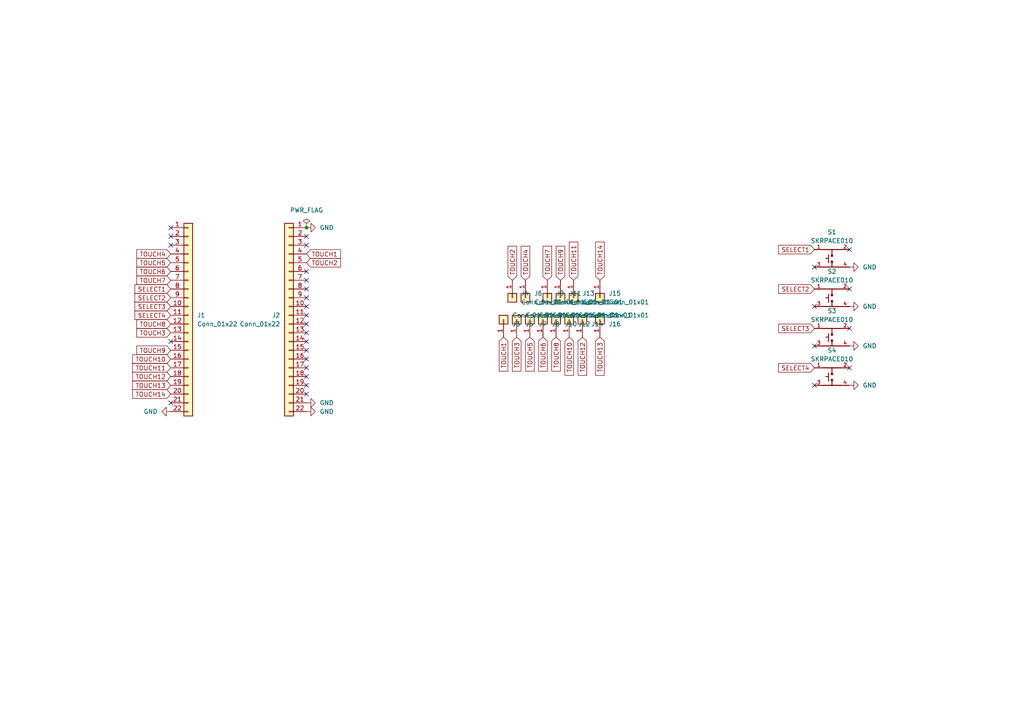
<source format=kicad_sch>
(kicad_sch (version 20231120) (generator "eeschema") (generator_version "8.0")
  (paper "A4")
  (lib_symbols
    (symbol "Connector_Generic:Conn_01x01" (pin_names (offset 1.016) hide)
      (property "Reference" "J" (at 0 2.54 0))
      (property "Value" "Conn_01x01" (at 0 -2.54 0))
      (symbol "Conn_01x01_1_1"
        (rectangle (start -1.27 0.127) (end 0 -0.127) (stroke (width 0.1524)))
        (rectangle (start -1.27 1.27) (end 1.27 -1.27) (stroke (width 0.254)) (fill (type background)))
        (pin passive line (at -5.08 0 0) (length 3.81) (name "Pin_1") (number "1"))
      )
    )
    (symbol "Connector_Generic:Conn_01x22" (pin_names (offset 1.016) hide)
      (property "Reference" "J" (at 0 27.94 0))
      (property "Value" "Conn_01x22" (at 0 -30.48 0))
      (symbol "Conn_01x22_1_1"
        (rectangle (start -1.27 -27.813) (end 0 -28.067) (stroke (width 0.1524)))
        (rectangle (start -1.27 -25.273) (end 0 -25.527) (stroke (width 0.1524)))
        (rectangle (start -1.27 -22.733) (end 0 -22.987) (stroke (width 0.1524)))
        (rectangle (start -1.27 -20.193) (end 0 -20.447) (stroke (width 0.1524)))
        (rectangle (start -1.27 -17.653) (end 0 -17.907) (stroke (width 0.1524)))
        (rectangle (start -1.27 -15.113) (end 0 -15.367) (stroke (width 0.1524)))
        (rectangle (start -1.27 -12.573) (end 0 -12.827) (stroke (width 0.1524)))
        (rectangle (start -1.27 -10.033) (end 0 -10.287) (stroke (width 0.1524)))
        (rectangle (start -1.27 -7.493) (end 0 -7.747) (stroke (width 0.1524)))
        (rectangle (start -1.27 -4.953) (end 0 -5.207) (stroke (width 0.1524)))
        (rectangle (start -1.27 -2.413) (end 0 -2.667) (stroke (width 0.1524)))
        (rectangle (start -1.27 0.127) (end 0 -0.127) (stroke (width 0.1524)))
        (rectangle (start -1.27 2.667) (end 0 2.413) (stroke (width 0.1524)))
        (rectangle (start -1.27 5.207) (end 0 4.953) (stroke (width 0.1524)))
        (rectangle (start -1.27 7.747) (end 0 7.493) (stroke (width 0.1524)))
        (rectangle (start -1.27 10.287) (end 0 10.033) (stroke (width 0.1524)))
        (rectangle (start -1.27 12.827) (end 0 12.573) (stroke (width 0.1524)))
        (rectangle (start -1.27 15.367) (end 0 15.113) (stroke (width 0.1524)))
        (rectangle (start -1.27 17.907) (end 0 17.653) (stroke (width 0.1524)))
        (rectangle (start -1.27 20.447) (end 0 20.193) (stroke (width 0.1524)))
        (rectangle (start -1.27 22.987) (end 0 22.733) (stroke (width 0.1524)))
        (rectangle (start -1.27 25.527) (end 0 25.273) (stroke (width 0.1524)))
        (rectangle (start -1.27 26.67) (end 1.27 -29.21) (stroke (width 0.254)) (fill (type background)))
        (pin passive line (at -5.08 25.4 0) (length 3.81) (name "Pin_1") (number "1"))
        (pin passive line (at -5.08 2.54 0) (length 3.81) (name "Pin_10") (number "10"))
        (pin passive line (at -5.08 0 0) (length 3.81) (name "Pin_11") (number "11"))
        (pin passive line (at -5.08 -2.54 0) (length 3.81) (name "Pin_12") (number "12"))
        (pin passive line (at -5.08 -5.08 0) (length 3.81) (name "Pin_13") (number "13"))
        (pin passive line (at -5.08 -7.62 0) (length 3.81) (name "Pin_14") (number "14"))
        (pin passive line (at -5.08 -10.16 0) (length 3.81) (name "Pin_15") (number "15"))
        (pin passive line (at -5.08 -12.7 0) (length 3.81) (name "Pin_16") (number "16"))
        (pin passive line (at -5.08 -15.24 0) (length 3.81) (name "Pin_17") (number "17"))
        (pin passive line (at -5.08 -17.78 0) (length 3.81) (name "Pin_18") (number "18"))
        (pin passive line (at -5.08 -20.32 0) (length 3.81) (name "Pin_19") (number "19"))
        (pin passive line (at -5.08 22.86 0) (length 3.81) (name "Pin_2") (number "2"))
        (pin passive line (at -5.08 -22.86 0) (length 3.81) (name "Pin_20") (number "20"))
        (pin passive line (at -5.08 -25.4 0) (length 3.81) (name "Pin_21") (number "21"))
        (pin passive line (at -5.08 -27.94 0) (length 3.81) (name "Pin_22") (number "22"))
        (pin passive line (at -5.08 20.32 0) (length 3.81) (name "Pin_3") (number "3"))
        (pin passive line (at -5.08 17.78 0) (length 3.81) (name "Pin_4") (number "4"))
        (pin passive line (at -5.08 15.24 0) (length 3.81) (name "Pin_5") (number "5"))
        (pin passive line (at -5.08 12.7 0) (length 3.81) (name "Pin_6") (number "6"))
        (pin passive line (at -5.08 10.16 0) (length 3.81) (name "Pin_7") (number "7"))
        (pin passive line (at -5.08 7.62 0) (length 3.81) (name "Pin_8") (number "8"))
        (pin passive line (at -5.08 5.08 0) (length 3.81) (name "Pin_9") (number "9"))
      )
    )
    (symbol "SKRPACE010:SKRPACE010" (pin_names (offset 1.016))
      (property "Reference" "S" (at -2.5431 5.0863 0))
      (property "Value" "SKRPACE010" (at -2.5442 -5.0884 0))
      (symbol "SKRPACE010_0_0"
        (circle (center 0 -1.016) (radius 0.254) (stroke (width 0.254)))
        (polyline (pts (xy -5.08 2.54) (xy 5.08 2.54)) (stroke (width 0.254)))
        (polyline (pts (xy -2.54 -2.54) (xy 0 -2.54)) (stroke (width 0.254)))
        (polyline (pts (xy -2.54 2.54) (xy 0 2.54)) (stroke (width 0.254)))
        (polyline (pts (xy -1.016 0) (xy -1.778 0)) (stroke (width 0.254)))
        (polyline (pts (xy -1.016 0) (xy -1.016 -1.27)) (stroke (width 0.254)))
        (polyline (pts (xy -1.016 1.016) (xy -1.016 0)) (stroke (width 0.254)))
        (polyline (pts (xy 0 -2.54) (xy 2.54 -2.54)) (stroke (width 0.254)))
        (polyline (pts (xy 0 -1.016) (xy 0 -2.54)) (stroke (width 0.254)))
        (polyline (pts (xy 0 0.762) (xy 0 2.54)) (stroke (width 0.254)))
        (polyline (pts (xy 0 2.54) (xy 2.54 2.54)) (stroke (width 0.254)))
        (polyline (pts (xy 5.08 -2.54) (xy -5.08 -2.54)) (stroke (width 0.254)))
        (circle (center 0 0.762) (radius 0.254) (stroke (width 0.254)))
      )
      (symbol "SKRPACE010_1_0"
        (pin passive line (at -5.08 2.54 0) (length 2.54) (name "~") (number "1"))
        (pin passive line (at 5.08 2.54 180) (length 2.54) (name "~") (number "2"))
        (pin passive line (at -5.08 -2.54 0) (length 2.54) (name "~") (number "3"))
        (pin passive line (at 5.08 -2.54 180) (length 2.54) (name "~") (number "4"))
      )
    )
    (symbol "power:GND" (power) (pin_numbers hide) (pin_names (offset 0) hide)
      (property "Value" "GND" (at 0 -3.81 0))
      (symbol "GND_0_1"
        (polyline (pts (xy 0 0) (xy 0 -1.27) (xy 1.27 -1.27) (xy 0 -2.54) (xy -1.27 -1.27) (xy 0 -1.27)))
      )
      (symbol "GND_1_1"
        (pin power_in line (at 0 0 270) (length 0) (name "~") (number "1"))
      )
    )
    (symbol "power:PWR_FLAG" (power) (pin_numbers hide) (pin_names (offset 0) hide)
      (property "Value" "PWR_FLAG" (at 0 3.81 0))
      (symbol "PWR_FLAG_0_0"
        (pin power_out line (at 0 0 90) (length 0) (name "~") (number "1"))
      )
      (symbol "PWR_FLAG_0_1"
        (polyline (pts (xy 0 0) (xy 0 1.27) (xy -1.016 1.905) (xy 0 2.54) (xy 1.016 1.905) (xy 0 1.27)))
      )
    )
  )
  (junction (at 88.9 66.04))
  (no_connect (at 88.9 93.98))
  (no_connect (at 246.38 95.25))
  (no_connect (at 49.53 99.06))
  (no_connect (at 49.53 71.12))
  (no_connect (at 236.22 77.47))
  (no_connect (at 246.38 106.68))
  (no_connect (at 88.9 68.58))
  (no_connect (at 88.9 88.9))
  (no_connect (at 88.9 91.44))
  (no_connect (at 246.38 83.82))
  (no_connect (at 246.38 72.39))
  (no_connect (at 88.9 71.12))
  (no_connect (at 88.9 86.36))
  (no_connect (at 88.9 78.74))
  (no_connect (at 236.22 88.9))
  (no_connect (at 236.22 111.76))
  (no_connect (at 88.9 111.76))
  (no_connect (at 88.9 83.82))
  (no_connect (at 88.9 99.06))
  (no_connect (at 236.22 100.33))
  (no_connect (at 88.9 106.68))
  (no_connect (at 88.9 81.28))
  (no_connect (at 88.9 114.3))
  (no_connect (at 49.53 116.84))
  (no_connect (at 88.9 101.6))
  (no_connect (at 88.9 104.14))
  (no_connect (at 88.9 109.22))
  (no_connect (at 49.53 66.04))
  (no_connect (at 88.9 96.52))
  (no_connect (at 49.53 68.58))
  (global_label "TOUCH1" (shape input) (at 146.05 97.79 270) (property "Intersheetrefs" "${INTERSHEET_REFS}" (effects (hide yes))))
  (global_label "TOUCH13" (shape input) (at 173.99 97.79 270) (property "Intersheetrefs" "${INTERSHEET_REFS}" (effects (hide yes))))
  (global_label "TOUCH9" (shape input) (at 162.56 81.28 90) (property "Intersheetrefs" "${INTERSHEET_REFS}" (effects (hide yes))))
  (global_label "SELECT3" (shape input) (at 49.53 88.9 180) (property "Intersheetrefs" "${INTERSHEET_REFS}" (effects (hide yes))))
  (global_label "TOUCH14" (shape input) (at 49.53 114.3 180) (property "Intersheetrefs" "${INTERSHEET_REFS}" (effects (hide yes))))
  (global_label "TOUCH7" (shape input) (at 49.53 81.28 180) (property "Intersheetrefs" "${INTERSHEET_REFS}" (effects (hide yes))))
  (global_label "TOUCH14" (shape input) (at 173.99 81.28 90) (property "Intersheetrefs" "${INTERSHEET_REFS}" (effects (hide yes))))
  (global_label "SELECT4" (shape input) (at 49.53 91.44 180) (property "Intersheetrefs" "${INTERSHEET_REFS}" (effects (hide yes))))
  (global_label "TOUCH3" (shape input) (at 149.86 97.79 270) (property "Intersheetrefs" "${INTERSHEET_REFS}" (effects (hide yes))))
  (global_label "TOUCH5" (shape input) (at 49.53 76.2 180) (property "Intersheetrefs" "${INTERSHEET_REFS}" (effects (hide yes))))
  (global_label "SELECT4" (shape input) (at 236.22 106.68 180) (property "Intersheetrefs" "${INTERSHEET_REFS}" (effects (hide yes))))
  (global_label "TOUCH11" (shape input) (at 166.37 81.28 90) (property "Intersheetrefs" "${INTERSHEET_REFS}" (effects (hide yes))))
  (global_label "TOUCH12" (shape input) (at 168.91 97.79 270) (property "Intersheetrefs" "${INTERSHEET_REFS}" (effects (hide yes))))
  (global_label "TOUCH6" (shape input) (at 49.53 78.74 180) (property "Intersheetrefs" "${INTERSHEET_REFS}" (effects (hide yes))))
  (global_label "TOUCH12" (shape input) (at 49.53 109.22 180) (property "Intersheetrefs" "${INTERSHEET_REFS}" (effects (hide yes))))
  (global_label "SELECT2" (shape input) (at 236.22 83.82 180) (property "Intersheetrefs" "${INTERSHEET_REFS}" (effects (hide yes))))
  (global_label "TOUCH10" (shape input) (at 165.1 97.79 270) (property "Intersheetrefs" "${INTERSHEET_REFS}" (effects (hide yes))))
  (global_label "TOUCH8" (shape input) (at 161.29 97.79 270) (property "Intersheetrefs" "${INTERSHEET_REFS}" (effects (hide yes))))
  (global_label "TOUCH1" (shape input) (at 88.9 73.66 0) (property "Intersheetrefs" "${INTERSHEET_REFS}" (effects (hide yes))))
  (global_label "TOUCH7" (shape input) (at 158.75 81.28 90) (property "Intersheetrefs" "${INTERSHEET_REFS}" (effects (hide yes))))
  (global_label "TOUCH2" (shape input) (at 88.9 76.2 0) (property "Intersheetrefs" "${INTERSHEET_REFS}" (effects (hide yes))))
  (global_label "TOUCH4" (shape input) (at 152.4 81.28 90) (property "Intersheetrefs" "${INTERSHEET_REFS}" (effects (hide yes))))
  (global_label "TOUCH10" (shape input) (at 49.53 104.14 180) (property "Intersheetrefs" "${INTERSHEET_REFS}" (effects (hide yes))))
  (global_label "TOUCH9" (shape input) (at 49.53 101.6 180) (property "Intersheetrefs" "${INTERSHEET_REFS}" (effects (hide yes))))
  (global_label "SELECT2" (shape input) (at 49.53 86.36 180) (property "Intersheetrefs" "${INTERSHEET_REFS}" (effects (hide yes))))
  (global_label "SELECT1" (shape input) (at 49.53 83.82 180) (property "Intersheetrefs" "${INTERSHEET_REFS}" (effects (hide yes))))
  (global_label "SELECT1" (shape input) (at 236.22 72.39 180) (property "Intersheetrefs" "${INTERSHEET_REFS}" (effects (hide yes))))
  (global_label "TOUCH3" (shape input) (at 49.53 96.52 180) (property "Intersheetrefs" "${INTERSHEET_REFS}" (effects (hide yes))))
  (global_label "TOUCH5" (shape input) (at 153.67 97.79 270) (property "Intersheetrefs" "${INTERSHEET_REFS}" (effects (hide yes))))
  (global_label "TOUCH11" (shape input) (at 49.53 106.68 180) (property "Intersheetrefs" "${INTERSHEET_REFS}" (effects (hide yes))))
  (global_label "TOUCH6" (shape input) (at 157.48 97.79 270) (property "Intersheetrefs" "${INTERSHEET_REFS}" (effects (hide yes))))
  (global_label "SELECT3" (shape input) (at 236.22 95.25 180) (property "Intersheetrefs" "${INTERSHEET_REFS}" (effects (hide yes))))
  (global_label "TOUCH8" (shape input) (at 49.53 93.98 180) (property "Intersheetrefs" "${INTERSHEET_REFS}" (effects (hide yes))))
  (global_label "TOUCH13" (shape input) (at 49.53 111.76 180) (property "Intersheetrefs" "${INTERSHEET_REFS}" (effects (hide yes))))
  (global_label "TOUCH2" (shape input) (at 148.59 81.28 90) (property "Intersheetrefs" "${INTERSHEET_REFS}" (effects (hide yes))))
  (global_label "TOUCH4" (shape input) (at 49.53 73.66 180) (property "Intersheetrefs" "${INTERSHEET_REFS}" (effects (hide yes))))
  (symbol (lib_id "Connector_Generic:Conn_01x01") (at 168.91 92.71 270) (mirror x) (unit 1)
    (property "Reference" "J14" (at 171.45 93.9801 90) (effects (justify left)))
    (property "Value" "Conn_01x01" (at 171.45 91.4401 90) (effects (justify left)))
    (property "Footprint" "Pad-CapacitiveTouch:Pad-CapacitiveTouch" (effects (hide yes)))
    (property "Description" "Generic connector, single row, 01x01, script generated (kicad-library-utils/schlib/autogen/connector/)" (effects (hide yes)))
  )
  (symbol (lib_id "SKRPACE010:SKRPACE010") (at 241.3 74.93 0) (unit 1)
    (property "Reference" "S1" (at 241.3 67.31 0))
    (property "Value" "SKRPACE010" (at 241.3 69.85 0))
    (property "Footprint" "SKRPACE010:SKRPACE010" (effects (hide yes)))
    (property "MF" "ALPS" (effects (hide yes)))
    (property "Description_1" "\n                        \n                            Switch Tactile N.O. SPST Button J-Bend 0.05A 16VDC 2.55N SMD Automotive T/R\n                        \n" (effects (hide yes)))
    (property "Package" "None" (effects (hide yes)))
    (property "Price" "None" (effects (hide yes)))
    (property "Check_prices" "https://www.snapeda.com/parts/SKRPACE010/ALPS/view-part/?ref=eda" (effects (hide yes)))
    (property "STANDARD" "Maniufacturer Recommendations" (effects (hide yes)))
    (property "SnapEDA_Link" "https://www.snapeda.com/parts/SKRPACE010/ALPS/view-part/?ref=snap" (effects (hide yes)))
    (property "MP" "SKRPACE010" (effects (hide yes)))
    (property "Availability" "In Stock" (effects (hide yes)))
    (property "MANUFACTURER" "ALPS" (effects (hide yes)))
  )
  (symbol (lib_id "power:GND") (at 88.9 66.04 90) (unit 1)
    (property "Reference" "#PWR04" (effects (hide yes)))
    (property "Value" "GND" (at 92.71 66.0399 90) (effects (justify right)))
    (property "Description" "Power symbol creates a global label with name \"GND\" , ground" (effects (hide yes)))
  )
  (symbol (lib_id "power:GND") (at 88.9 119.38 90) (unit 1)
    (property "Reference" "#PWR06" (effects (hide yes)))
    (property "Value" "GND" (at 92.71 119.3799 90) (effects (justify right)))
    (property "Description" "Power symbol creates a global label with name \"GND\" , ground" (effects (hide yes)))
  )
  (symbol (lib_id "power:GND") (at 246.38 111.76 90) (unit 1)
    (property "Reference" "#PWR010" (effects (hide yes)))
    (property "Value" "GND" (at 250.19 111.7599 90) (effects (justify right)))
    (property "Description" "Power symbol creates a global label with name \"GND\" , ground" (effects (hide yes)))
  )
  (symbol (lib_id "Connector_Generic:Conn_01x01") (at 149.86 92.71 270) (mirror x) (unit 1)
    (property "Reference" "J5" (at 152.4 93.9801 90) (effects (justify left)))
    (property "Value" "Conn_01x01" (at 152.4 91.4401 90) (effects (justify left)))
    (property "Footprint" "Pad-CapacitiveTouch:Pad-CapacitiveTouch" (effects (hide yes)))
    (property "Description" "Generic connector, single row, 01x01, script generated (kicad-library-utils/schlib/autogen/connector/)" (effects (hide yes)))
  )
  (symbol (lib_id "power:PWR_FLAG") (at 88.9 66.04 0) (unit 1)
    (property "Reference" "#FLG02" (effects (hide yes)))
    (property "Value" "PWR_FLAG" (at 88.9 60.96 0))
    (property "Description" "Special symbol for telling ERC where power comes from" (effects (hide yes)))
  )
  (symbol (lib_id "Connector_Generic:Conn_01x01") (at 173.99 92.71 270) (mirror x) (unit 1)
    (property "Reference" "J16" (at 176.53 93.9801 90) (effects (justify left)))
    (property "Value" "Conn_01x01" (at 176.53 91.4401 90) (effects (justify left)))
    (property "Footprint" "Pad-CapacitiveTouch:Pad-CapacitiveTouch" (effects (hide yes)))
    (property "Description" "Generic connector, single row, 01x01, script generated (kicad-library-utils/schlib/autogen/connector/)" (effects (hide yes)))
  )
  (symbol (lib_id "Connector_Generic:Conn_01x01") (at 161.29 92.71 270) (mirror x) (unit 1)
    (property "Reference" "J10" (at 163.83 93.9801 90) (effects (justify left)))
    (property "Value" "Conn_01x01" (at 163.83 91.4401 90) (effects (justify left)))
    (property "Footprint" "Pad-CapacitiveTouch:Pad-CapacitiveTouch" (effects (hide yes)))
    (property "Description" "Generic connector, single row, 01x01, script generated (kicad-library-utils/schlib/autogen/connector/)" (effects (hide yes)))
  )
  (symbol (lib_id "SKRPACE010:SKRPACE010") (at 241.3 109.22 0) (unit 1)
    (property "Reference" "S4" (at 241.3 101.6 0))
    (property "Value" "SKRPACE010" (at 241.3 104.14 0))
    (property "Footprint" "SKRPACE010:SKRPACE010" (effects (hide yes)))
  )
  (symbol (lib_id "Connector_Generic:Conn_01x01") (at 162.56 86.36 270) (unit 1)
    (property "Reference" "J11" (at 165.1 85.0899 90) (effects (justify left)))
    (property "Value" "Conn_01x01" (at 165.1 87.6299 90) (effects (justify left)))
    (property "Footprint" "Pad-CapacitiveTouch:Pad-CapacitiveTouch" (effects (hide yes)))
    (property "Description" "Generic connector, single row, 01x01, script generated (kicad-library-utils/schlib/autogen/connector/)" (effects (hide yes)))
  )
  (symbol (lib_id "Connector_Generic:Conn_01x01") (at 152.4 86.36 270) (unit 1)
    (property "Reference" "J6" (at 154.94 85.0899 90) (effects (justify left)))
    (property "Value" "Conn_01x01" (at 154.94 87.6299 90) (effects (justify left)))
    (property "Footprint" "Pad-CapacitiveTouch:Pad-CapacitiveTouch" (effects (hide yes)))
    (property "Description" "Generic connector, single row, 01x01, script generated (kicad-library-utils/schlib/autogen/connector/)" (effects (hide yes)))
  )
  (symbol (lib_id "Connector_Generic:Conn_01x01") (at 153.67 92.71 270) (mirror x) (unit 1)
    (property "Reference" "J7" (at 156.21 93.9801 90) (effects (justify left)))
    (property "Value" "Conn_01x01" (at 156.21 91.4401 90) (effects (justify left)))
    (property "Footprint" "Pad-CapacitiveTouch:Pad-CapacitiveTouch" (effects (hide yes)))
    (property "Description" "Generic connector, single row, 01x01, script generated (kicad-library-utils/schlib/autogen/connector/)" (effects (hide yes)))
  )
  (symbol (lib_id "power:GND") (at 246.38 77.47 90) (unit 1)
    (property "Reference" "#PWR07" (effects (hide yes)))
    (property "Value" "GND" (at 250.19 77.4699 90) (effects (justify right)))
    (property "Description" "Power symbol creates a global label with name \"GND\" , ground" (effects (hide yes)))
  )
  (symbol (lib_id "Connector_Generic:Conn_01x01") (at 157.48 92.71 270) (mirror x) (unit 1)
    (property "Reference" "J8" (at 160.02 93.9801 90) (effects (justify left)))
    (property "Value" "Conn_01x01" (at 160.02 91.4401 90) (effects (justify left)))
    (property "Footprint" "Pad-CapacitiveTouch:Pad-CapacitiveTouch" (effects (hide yes)))
    (property "Description" "Generic connector, single row, 01x01, script generated (kicad-library-utils/schlib/autogen/connector/)" (effects (hide yes)))
  )
  (symbol (lib_id "Connector_Generic:Conn_01x22") (at 83.82 91.44 0) (mirror y) (unit 1)
    (property "Reference" "J2" (at 81.28 91.4399 0) (effects (justify left)))
    (property "Value" "Conn_01x22" (at 81.28 93.9799 0) (effects (justify left)))
    (property "Footprint" "Connector_PinHeader_2.54mm:PinHeader_1x22_P2.54mm_Vertical" (effects (hide yes)))
    (property "Description" "Generic connector, single row, 01x22, script generated (kicad-library-utils/schlib/autogen/connector/)" (effects (hide yes)))
  )
  (symbol (lib_id "Connector_Generic:Conn_01x01") (at 165.1 92.71 270) (mirror x) (unit 1)
    (property "Reference" "J12" (at 167.64 93.9801 90) (effects (justify left)))
    (property "Value" "Conn_01x01" (at 167.64 91.4401 90) (effects (justify left)))
    (property "Footprint" "Pad-CapacitiveTouch:Pad-CapacitiveTouch" (effects (hide yes)))
    (property "Description" "Generic connector, single row, 01x01, script generated (kicad-library-utils/schlib/autogen/connector/)" (effects (hide yes)))
  )
  (symbol (lib_id "Connector_Generic:Conn_01x01") (at 173.99 86.36 270) (unit 1)
    (property "Reference" "J15" (at 176.53 85.0899 90) (effects (justify left)))
    (property "Value" "Conn_01x01" (at 176.53 87.6299 90) (effects (justify left)))
    (property "Footprint" "Pad-CapacitiveTouch:Pad-CapacitiveTouch" (effects (hide yes)))
    (property "Description" "Generic connector, single row, 01x01, script generated (kicad-library-utils/schlib/autogen/connector/)" (effects (hide yes)))
  )
  (symbol (lib_id "SKRPACE010:SKRPACE010") (at 241.3 97.79 0) (unit 1)
    (property "Reference" "S3" (at 241.3 90.17 0))
    (property "Value" "SKRPACE010" (at 241.3 92.71 0))
    (property "Footprint" "SKRPACE010:SKRPACE010" (effects (hide yes)))
    (property "MF" "ALPS" (effects (hide yes)))
    (property "Description_1" "\n                        \n                            Switch Tactile N.O. SPST Button J-Bend 0.05A 16VDC 2.55N SMD Automotive T/R\n                        \n" (effects (hide yes)))
    (property "Package" "None" (effects (hide yes)))
    (property "Price" "None" (effects (hide yes)))
    (property "Check_prices" "https://www.snapeda.com/parts/SKRPACE010/ALPS/view-part/?ref=eda" (effects (hide yes)))
    (property "STANDARD" "Maniufacturer Recommendations" (effects (hide yes)))
    (property "SnapEDA_Link" "https://www.snapeda.com/parts/SKRPACE010/ALPS/view-part/?ref=snap" (effects (hide yes)))
    (property "MP" "SKRPACE010" (effects (hide yes)))
    (property "Availability" "In Stock" (effects (hide yes)))
    (property "MANUFACTURER" "ALPS" (effects (hide yes)))
  )
  (symbol (lib_id "power:GND") (at 88.9 116.84 90) (unit 1)
    (property "Reference" "#PWR05" (effects (hide yes)))
    (property "Value" "GND" (at 92.71 116.8399 90) (effects (justify right)))
    (property "Description" "Power symbol creates a global label with name \"GND\" , ground" (effects (hide yes)))
  )
  (symbol (lib_id "Connector_Generic:Conn_01x01") (at 148.59 86.36 270) (unit 1)
    (property "Reference" "J4" (at 151.13 85.0899 90) (effects (justify left)))
    (property "Value" "Conn_01x01" (at 151.13 87.6299 90) (effects (justify left)))
    (property "Footprint" "Pad-CapacitiveTouch:Pad-CapacitiveTouch" (effects (hide yes)))
    (property "Description" "Generic connector, single row, 01x01, script generated (kicad-library-utils/schlib/autogen/connector/)" (effects (hide yes)))
  )
  (symbol (lib_id "SKRPACE010:SKRPACE010") (at 241.3 86.36 0) (unit 1)
    (property "Reference" "S2" (at 241.3 78.74 0))
    (property "Value" "SKRPACE010" (at 241.3 81.28 0))
    (property "Footprint" "SKRPACE010:SKRPACE010" (effects (hide yes)))
    (property "MF" "ALPS" (effects (hide yes)))
    (property "Description_1" "\n                        \n                            Switch Tactile N.O. SPST Button J-Bend 0.05A 16VDC 2.55N SMD Automotive T/R\n                        \n" (effects (hide yes)))
    (property "Package" "None" (effects (hide yes)))
    (property "Price" "None" (effects (hide yes)))
    (property "Check_prices" "https://www.snapeda.com/parts/SKRPACE010/ALPS/view-part/?ref=eda" (effects (hide yes)))
    (property "STANDARD" "Maniufacturer Recommendations" (effects (hide yes)))
    (property "SnapEDA_Link" "https://www.snapeda.com/parts/SKRPACE010/ALPS/view-part/?ref=snap" (effects (hide yes)))
    (property "MP" "SKRPACE010" (effects (hide yes)))
    (property "Availability" "In Stock" (effects (hide yes)))
    (property "MANUFACTURER" "ALPS" (effects (hide yes)))
  )
  (symbol (lib_id "Connector_Generic:Conn_01x01") (at 158.75 86.36 270) (unit 1)
    (property "Reference" "J9" (at 161.29 85.0899 90) (effects (justify left)))
    (property "Value" "Conn_01x01" (at 161.29 87.6299 90) (effects (justify left)))
    (property "Footprint" "Pad-CapacitiveTouch:Pad-CapacitiveTouch" (effects (hide yes)))
    (property "Description" "Generic connector, single row, 01x01, script generated (kicad-library-utils/schlib/autogen/connector/)" (effects (hide yes)))
  )
  (symbol (lib_id "Connector_Generic:Conn_01x01") (at 146.05 92.71 270) (mirror x) (unit 1)
    (property "Reference" "J3" (at 148.59 93.9801 90) (effects (justify left)))
    (property "Value" "Conn_01x01" (at 148.59 91.4401 90) (effects (justify left)))
    (property "Footprint" "Pad-CapacitiveTouch:Pad-CapacitiveTouch" (effects (hide yes)))
    (property "Description" "Generic connector, single row, 01x01, script generated (kicad-library-utils/schlib/autogen/connector/)" (effects (hide yes)))
  )
  (symbol (lib_id "Connector_Generic:Conn_01x22") (at 54.61 91.44 0) (unit 1)
    (property "Reference" "J1" (at 57.15 91.4399 0) (effects (justify left)))
    (property "Value" "Conn_01x22" (at 57.15 93.9799 0) (effects (justify left)))
    (property "Footprint" "Connector_PinHeader_2.54mm:PinHeader_1x22_P2.54mm_Vertical" (effects (hide yes)))
    (property "Description" "Generic connector, single row, 01x22, script generated (kicad-library-utils/schlib/autogen/connector/)" (effects (hide yes)))
  )
  (symbol (lib_id "power:GND") (at 246.38 88.9 90) (unit 1)
    (property "Reference" "#PWR08" (effects (hide yes)))
    (property "Value" "GND" (at 250.19 88.8999 90) (effects (justify right)))
    (property "Description" "Power symbol creates a global label with name \"GND\" , ground" (effects (hide yes)))
  )
  (symbol (lib_id "power:GND") (at 246.38 100.33 90) (unit 1)
    (property "Reference" "#PWR09" (effects (hide yes)))
    (property "Value" "GND" (at 250.19 100.3299 90) (effects (justify right)))
    (property "Description" "Power symbol creates a global label with name \"GND\" , ground" (effects (hide yes)))
  )
  (symbol (lib_id "Connector_Generic:Conn_01x01") (at 166.37 86.36 270) (unit 1)
    (property "Reference" "J13" (at 168.91 85.0899 90) (effects (justify left)))
    (property "Value" "Conn_01x01" (at 168.91 87.6299 90) (effects (justify left)))
    (property "Footprint" "Pad-CapacitiveTouch:Pad-CapacitiveTouch" (effects (hide yes)))
    (property "Description" "Generic connector, single row, 01x01, script generated (kicad-library-utils/schlib/autogen/connector/)" (effects (hide yes)))
  )
  (symbol (lib_id "power:GND") (at 49.53 119.38 270) (unit 1)
    (property "Reference" "#PWR03" (effects (hide yes)))
    (property "Value" "GND" (at 45.72 119.3799 90) (effects (justify right)))
    (property "Description" "Power symbol creates a global label with name \"GND\" , ground" (effects (hide yes)))
  )
)
</source>
